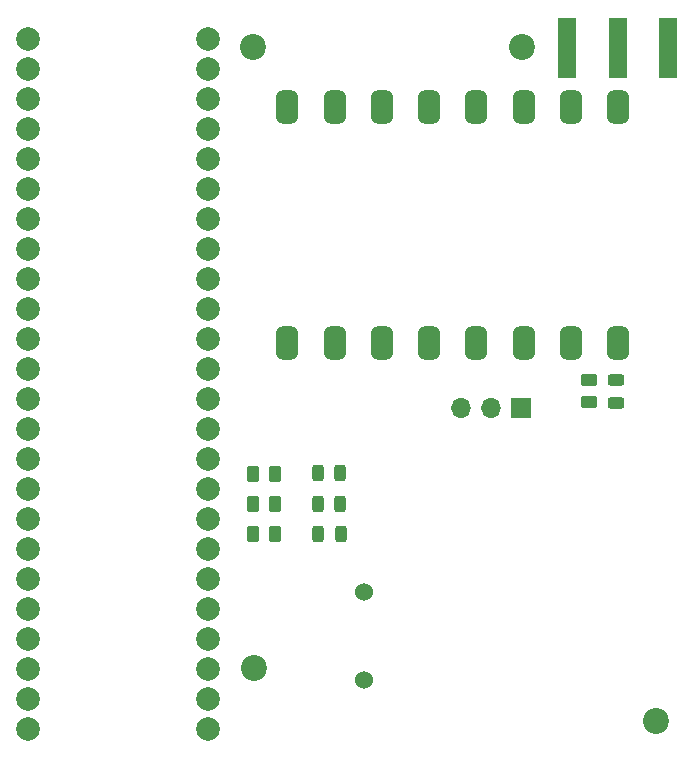
<source format=gbr>
%TF.GenerationSoftware,KiCad,Pcbnew,8.0.3*%
%TF.CreationDate,2024-09-25T15:44:19-04:00*%
%TF.ProjectId,RF4463F30-test-board,52463434-3633-4463-9330-2d746573742d,rev?*%
%TF.SameCoordinates,Original*%
%TF.FileFunction,Soldermask,Top*%
%TF.FilePolarity,Negative*%
%FSLAX46Y46*%
G04 Gerber Fmt 4.6, Leading zero omitted, Abs format (unit mm)*
G04 Created by KiCad (PCBNEW 8.0.3) date 2024-09-25 15:44:19*
%MOMM*%
%LPD*%
G01*
G04 APERTURE LIST*
G04 Aperture macros list*
%AMRoundRect*
0 Rectangle with rounded corners*
0 $1 Rounding radius*
0 $2 $3 $4 $5 $6 $7 $8 $9 X,Y pos of 4 corners*
0 Add a 4 corners polygon primitive as box body*
4,1,4,$2,$3,$4,$5,$6,$7,$8,$9,$2,$3,0*
0 Add four circle primitives for the rounded corners*
1,1,$1+$1,$2,$3*
1,1,$1+$1,$4,$5*
1,1,$1+$1,$6,$7*
1,1,$1+$1,$8,$9*
0 Add four rect primitives between the rounded corners*
20,1,$1+$1,$2,$3,$4,$5,0*
20,1,$1+$1,$4,$5,$6,$7,0*
20,1,$1+$1,$6,$7,$8,$9,0*
20,1,$1+$1,$8,$9,$2,$3,0*%
G04 Aperture macros list end*
%ADD10C,2.200000*%
%ADD11RoundRect,0.450000X-0.450000X0.950000X-0.450000X-0.950000X0.450000X-0.950000X0.450000X0.950000X0*%
%ADD12RoundRect,0.250000X0.262500X0.450000X-0.262500X0.450000X-0.262500X-0.450000X0.262500X-0.450000X0*%
%ADD13RoundRect,0.243750X0.243750X0.456250X-0.243750X0.456250X-0.243750X-0.456250X0.243750X-0.456250X0*%
%ADD14R,1.700000X1.700000*%
%ADD15O,1.700000X1.700000*%
%ADD16C,1.524000*%
%ADD17R,1.500000X5.080000*%
%ADD18C,2.000000*%
%ADD19RoundRect,0.250000X0.450000X-0.262500X0.450000X0.262500X-0.450000X0.262500X-0.450000X-0.262500X0*%
%ADD20RoundRect,0.243750X-0.456250X0.243750X-0.456250X-0.243750X0.456250X-0.243750X0.456250X0.243750X0*%
G04 APERTURE END LIST*
D10*
%TO.C,H4*%
X136800000Y-132050000D03*
%TD*%
D11*
%TO.C,RF4463F1*%
X167600000Y-104600000D03*
X163600000Y-104600000D03*
X159600000Y-104600000D03*
X155600000Y-104600000D03*
X151600000Y-104600000D03*
X147600000Y-104600000D03*
X143600000Y-104600000D03*
X139600000Y-104600000D03*
X139600000Y-84600000D03*
X143600000Y-84600000D03*
X147600000Y-84600000D03*
X151600000Y-84600000D03*
X155600000Y-84600000D03*
X159600000Y-84600000D03*
X163600000Y-84600000D03*
X167600000Y-84600000D03*
%TD*%
D12*
%TO.C,R2*%
X138525000Y-118200000D03*
X136700000Y-118200000D03*
%TD*%
%TO.C,R3*%
X138525000Y-120750000D03*
X136700000Y-120750000D03*
%TD*%
D13*
%TO.C,D2*%
X144075000Y-118150000D03*
X142200000Y-118150000D03*
%TD*%
D14*
%TO.C,JPower1*%
X159350000Y-110050000D03*
D15*
X156810000Y-110050000D03*
X154270000Y-110050000D03*
%TD*%
D10*
%TO.C,H1*%
X159450000Y-79500000D03*
%TD*%
D16*
%TO.C,BZ1*%
X146050000Y-133100000D03*
X146050000Y-125600000D03*
%TD*%
D17*
%TO.C,ANT1*%
X167550000Y-79600000D03*
X163300000Y-79600000D03*
X171800000Y-79600000D03*
%TD*%
D18*
%TO.C,Teensy4.1*%
X132900000Y-134710000D03*
X132900000Y-132170000D03*
X132900000Y-129630000D03*
X132900000Y-127090000D03*
X132900000Y-101690000D03*
X117660000Y-132170000D03*
X132900000Y-124550000D03*
X132900000Y-122010000D03*
X117660000Y-137250000D03*
X132900000Y-119470000D03*
X132900000Y-116930000D03*
X132900000Y-114390000D03*
X132900000Y-111850000D03*
X132900000Y-109310000D03*
X132900000Y-106770000D03*
X132900000Y-104230000D03*
X117660000Y-104230000D03*
X117660000Y-106770000D03*
X117660000Y-109310000D03*
X117660000Y-111850000D03*
X117660000Y-114390000D03*
X117660000Y-116930000D03*
X117660000Y-119470000D03*
X117660000Y-122010000D03*
X117660000Y-124550000D03*
X117660000Y-127090000D03*
X117660000Y-129630000D03*
X132900000Y-99150000D03*
X132900000Y-96610000D03*
X132900000Y-94070000D03*
X132900000Y-91530000D03*
X132900000Y-88990000D03*
X132900000Y-86450000D03*
X132900000Y-83910000D03*
X132900000Y-81370000D03*
X132900000Y-78830000D03*
X117660000Y-78830000D03*
X117660000Y-81370000D03*
X117660000Y-83910000D03*
X117660000Y-86450000D03*
X117660000Y-88990000D03*
X117660000Y-91530000D03*
X117660000Y-94070000D03*
X117660000Y-96610000D03*
X117660000Y-99150000D03*
X132900000Y-137250000D03*
X117660000Y-134710000D03*
X117660000Y-101690000D03*
%TD*%
D12*
%TO.C,R1*%
X138525000Y-115650000D03*
X136700000Y-115650000D03*
%TD*%
D13*
%TO.C,D3*%
X144100000Y-120700000D03*
X142225000Y-120700000D03*
%TD*%
D10*
%TO.C,H3*%
X136700000Y-79500000D03*
%TD*%
D13*
%TO.C,D1*%
X144087500Y-115600000D03*
X142212500Y-115600000D03*
%TD*%
D19*
%TO.C,R4*%
X165150000Y-109550000D03*
X165150000Y-107725000D03*
%TD*%
D20*
%TO.C,D4*%
X167450000Y-107725000D03*
X167450000Y-109600000D03*
%TD*%
D10*
%TO.C,H2*%
X170800000Y-136600000D03*
%TD*%
M02*

</source>
